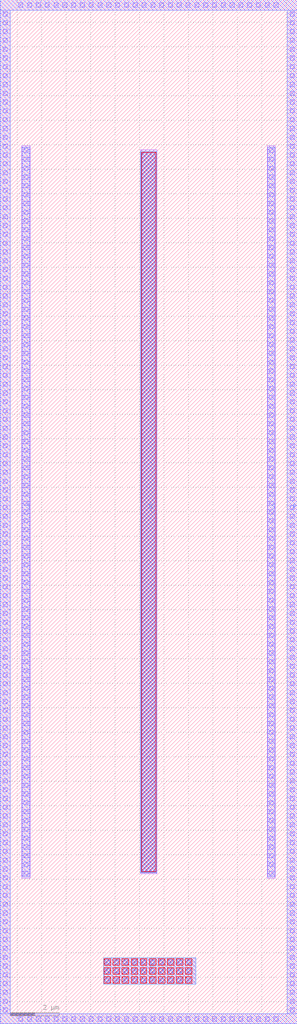
<source format=lef>
# Copyright 2020 The SkyWater PDK Authors
#
# Licensed under the Apache License, Version 2.0 (the "License");
# you may not use this file except in compliance with the License.
# You may obtain a copy of the License at
#
#     https://www.apache.org/licenses/LICENSE-2.0
#
# Unless required by applicable law or agreed to in writing, software
# distributed under the License is distributed on an "AS IS" BASIS,
# WITHOUT WARRANTIES OR CONDITIONS OF ANY KIND, either express or implied.
# See the License for the specific language governing permissions and
# limitations under the License.
#
# SPDX-License-Identifier: Apache-2.0

VERSION 5.7 ;
  NOWIREEXTENSIONATPIN ON ;
  DIVIDERCHAR "/" ;
  BUSBITCHARS "[]" ;
MACRO sky130_fd_pr__rf_nfet_20v0_nvt_withptap
  CLASS BLOCK ;
  FOREIGN sky130_fd_pr__rf_nfet_20v0_nvt_withptap ;
  ORIGIN  5.700000  5.910000 ;
  SIZE  12.15000 BY  41.82000 ;
  PIN D
    ANTENNADIFFAREA  22.50000 ;
    PORT
      LAYER met2 ;
        RECT 0.055000 0.285000 0.695000 29.725000 ;
    END
  END D
  PIN G
    ANTENNAGATEAREA  90.00000 ;
    PORT
      LAYER met2 ;
        RECT -1.480000 -4.285000 2.300000 -3.215000 ;
    END
  END G
  PIN PSUB
    ANTENNADIFFAREA  43.58300 ;
    PORT
      LAYER met1 ;
        RECT -5.700000 -5.910000  6.450000 -5.500000 ;
        RECT -5.700000 -5.500000 -5.290000 35.500000 ;
        RECT -5.700000 35.500000  6.450000 35.910000 ;
        RECT  6.040000 -5.500000  6.450000 35.500000 ;
    END
  END PSUB
  PIN S
    ANTENNADIFFAREA  8.700000 ;
    PORT
      LAYER met1 ;
        RECT -4.790000 0.095000 -4.500000 29.905000 ;
    END
    PORT
      LAYER met1 ;
        RECT 5.250000 0.095000 5.540000 29.905000 ;
    END
  END S
  OBS
    LAYER li1 ;
      RECT -5.700000 -5.910000  6.450000 -5.500000 ;
      RECT -5.700000 -5.500000 -5.290000 35.500000 ;
      RECT -5.700000 35.500000  6.450000 35.910000 ;
      RECT -4.810000  0.045000 -4.480000 29.955000 ;
      RECT -1.480000 -4.285000  2.300000 -3.215000 ;
      RECT  0.040000  0.215000  0.710000 29.785000 ;
      RECT  5.230000  0.045000  5.560000 29.955000 ;
      RECT  6.040000 -5.500000  6.450000 35.500000 ;
    LAYER mcon ;
      RECT -5.580000 -5.425000 -5.410000 -5.255000 ;
      RECT -5.580000 -5.065000 -5.410000 -4.895000 ;
      RECT -5.580000 -4.705000 -5.410000 -4.535000 ;
      RECT -5.580000 -4.345000 -5.410000 -4.175000 ;
      RECT -5.580000 -3.985000 -5.410000 -3.815000 ;
      RECT -5.580000 -3.625000 -5.410000 -3.455000 ;
      RECT -5.580000 -3.265000 -5.410000 -3.095000 ;
      RECT -5.580000 -2.905000 -5.410000 -2.735000 ;
      RECT -5.580000 -2.545000 -5.410000 -2.375000 ;
      RECT -5.580000 -2.185000 -5.410000 -2.015000 ;
      RECT -5.580000 -1.825000 -5.410000 -1.655000 ;
      RECT -5.580000 -1.465000 -5.410000 -1.295000 ;
      RECT -5.580000 -1.105000 -5.410000 -0.935000 ;
      RECT -5.580000 -0.745000 -5.410000 -0.575000 ;
      RECT -5.580000 -0.385000 -5.410000 -0.215000 ;
      RECT -5.580000 -0.025000 -5.410000  0.145000 ;
      RECT -5.580000  0.335000 -5.410000  0.505000 ;
      RECT -5.580000  0.695000 -5.410000  0.865000 ;
      RECT -5.580000  1.055000 -5.410000  1.225000 ;
      RECT -5.580000  1.415000 -5.410000  1.585000 ;
      RECT -5.580000  1.775000 -5.410000  1.945000 ;
      RECT -5.580000  2.135000 -5.410000  2.305000 ;
      RECT -5.580000  2.495000 -5.410000  2.665000 ;
      RECT -5.580000  2.855000 -5.410000  3.025000 ;
      RECT -5.580000  3.215000 -5.410000  3.385000 ;
      RECT -5.580000  3.575000 -5.410000  3.745000 ;
      RECT -5.580000  3.935000 -5.410000  4.105000 ;
      RECT -5.580000  4.295000 -5.410000  4.465000 ;
      RECT -5.580000  4.655000 -5.410000  4.825000 ;
      RECT -5.580000  5.015000 -5.410000  5.185000 ;
      RECT -5.580000  5.375000 -5.410000  5.545000 ;
      RECT -5.580000  5.735000 -5.410000  5.905000 ;
      RECT -5.580000  6.095000 -5.410000  6.265000 ;
      RECT -5.580000  6.455000 -5.410000  6.625000 ;
      RECT -5.580000  6.815000 -5.410000  6.985000 ;
      RECT -5.580000  7.175000 -5.410000  7.345000 ;
      RECT -5.580000  7.535000 -5.410000  7.705000 ;
      RECT -5.580000  7.895000 -5.410000  8.065000 ;
      RECT -5.580000  8.255000 -5.410000  8.425000 ;
      RECT -5.580000  8.615000 -5.410000  8.785000 ;
      RECT -5.580000  8.975000 -5.410000  9.145000 ;
      RECT -5.580000  9.335000 -5.410000  9.505000 ;
      RECT -5.580000  9.695000 -5.410000  9.865000 ;
      RECT -5.580000 10.055000 -5.410000 10.225000 ;
      RECT -5.580000 10.415000 -5.410000 10.585000 ;
      RECT -5.580000 10.775000 -5.410000 10.945000 ;
      RECT -5.580000 11.135000 -5.410000 11.305000 ;
      RECT -5.580000 11.495000 -5.410000 11.665000 ;
      RECT -5.580000 11.855000 -5.410000 12.025000 ;
      RECT -5.580000 12.215000 -5.410000 12.385000 ;
      RECT -5.580000 12.575000 -5.410000 12.745000 ;
      RECT -5.580000 12.935000 -5.410000 13.105000 ;
      RECT -5.580000 13.295000 -5.410000 13.465000 ;
      RECT -5.580000 13.655000 -5.410000 13.825000 ;
      RECT -5.580000 14.015000 -5.410000 14.185000 ;
      RECT -5.580000 14.375000 -5.410000 14.545000 ;
      RECT -5.580000 14.735000 -5.410000 14.905000 ;
      RECT -5.580000 15.095000 -5.410000 15.265000 ;
      RECT -5.580000 15.455000 -5.410000 15.625000 ;
      RECT -5.580000 15.815000 -5.410000 15.985000 ;
      RECT -5.580000 16.175000 -5.410000 16.345000 ;
      RECT -5.580000 16.535000 -5.410000 16.705000 ;
      RECT -5.580000 16.895000 -5.410000 17.065000 ;
      RECT -5.580000 17.255000 -5.410000 17.425000 ;
      RECT -5.580000 17.615000 -5.410000 17.785000 ;
      RECT -5.580000 17.975000 -5.410000 18.145000 ;
      RECT -5.580000 18.335000 -5.410000 18.505000 ;
      RECT -5.580000 18.695000 -5.410000 18.865000 ;
      RECT -5.580000 19.055000 -5.410000 19.225000 ;
      RECT -5.580000 19.415000 -5.410000 19.585000 ;
      RECT -5.580000 19.775000 -5.410000 19.945000 ;
      RECT -5.580000 20.135000 -5.410000 20.305000 ;
      RECT -5.580000 20.495000 -5.410000 20.665000 ;
      RECT -5.580000 20.855000 -5.410000 21.025000 ;
      RECT -5.580000 21.215000 -5.410000 21.385000 ;
      RECT -5.580000 21.575000 -5.410000 21.745000 ;
      RECT -5.580000 21.935000 -5.410000 22.105000 ;
      RECT -5.580000 22.295000 -5.410000 22.465000 ;
      RECT -5.580000 22.655000 -5.410000 22.825000 ;
      RECT -5.580000 23.015000 -5.410000 23.185000 ;
      RECT -5.580000 23.375000 -5.410000 23.545000 ;
      RECT -5.580000 23.735000 -5.410000 23.905000 ;
      RECT -5.580000 24.095000 -5.410000 24.265000 ;
      RECT -5.580000 24.455000 -5.410000 24.625000 ;
      RECT -5.580000 24.815000 -5.410000 24.985000 ;
      RECT -5.580000 25.175000 -5.410000 25.345000 ;
      RECT -5.580000 25.535000 -5.410000 25.705000 ;
      RECT -5.580000 25.895000 -5.410000 26.065000 ;
      RECT -5.580000 26.255000 -5.410000 26.425000 ;
      RECT -5.580000 26.615000 -5.410000 26.785000 ;
      RECT -5.580000 26.975000 -5.410000 27.145000 ;
      RECT -5.580000 27.335000 -5.410000 27.505000 ;
      RECT -5.580000 27.695000 -5.410000 27.865000 ;
      RECT -5.580000 28.055000 -5.410000 28.225000 ;
      RECT -5.580000 28.415000 -5.410000 28.585000 ;
      RECT -5.580000 28.775000 -5.410000 28.945000 ;
      RECT -5.580000 29.135000 -5.410000 29.305000 ;
      RECT -5.580000 29.495000 -5.410000 29.665000 ;
      RECT -5.580000 29.855000 -5.410000 30.025000 ;
      RECT -5.580000 30.215000 -5.410000 30.385000 ;
      RECT -5.580000 30.575000 -5.410000 30.745000 ;
      RECT -5.580000 30.935000 -5.410000 31.105000 ;
      RECT -5.580000 31.295000 -5.410000 31.465000 ;
      RECT -5.580000 31.655000 -5.410000 31.825000 ;
      RECT -5.580000 32.015000 -5.410000 32.185000 ;
      RECT -5.580000 32.375000 -5.410000 32.545000 ;
      RECT -5.580000 32.735000 -5.410000 32.905000 ;
      RECT -5.580000 33.095000 -5.410000 33.265000 ;
      RECT -5.580000 33.455000 -5.410000 33.625000 ;
      RECT -5.580000 33.815000 -5.410000 33.985000 ;
      RECT -5.580000 34.175000 -5.410000 34.345000 ;
      RECT -5.580000 34.535000 -5.410000 34.705000 ;
      RECT -5.580000 34.895000 -5.410000 35.065000 ;
      RECT -5.580000 35.255000 -5.410000 35.425000 ;
      RECT -4.940000 -5.790000 -4.770000 -5.620000 ;
      RECT -4.940000 35.620000 -4.770000 35.790000 ;
      RECT -4.730000  0.155000 -4.560000  0.325000 ;
      RECT -4.730000  0.515000 -4.560000  0.685000 ;
      RECT -4.730000  0.875000 -4.560000  1.045000 ;
      RECT -4.730000  1.235000 -4.560000  1.405000 ;
      RECT -4.730000  1.595000 -4.560000  1.765000 ;
      RECT -4.730000  1.955000 -4.560000  2.125000 ;
      RECT -4.730000  2.315000 -4.560000  2.485000 ;
      RECT -4.730000  2.675000 -4.560000  2.845000 ;
      RECT -4.730000  3.035000 -4.560000  3.205000 ;
      RECT -4.730000  3.395000 -4.560000  3.565000 ;
      RECT -4.730000  3.755000 -4.560000  3.925000 ;
      RECT -4.730000  4.115000 -4.560000  4.285000 ;
      RECT -4.730000  4.475000 -4.560000  4.645000 ;
      RECT -4.730000  4.835000 -4.560000  5.005000 ;
      RECT -4.730000  5.195000 -4.560000  5.365000 ;
      RECT -4.730000  5.555000 -4.560000  5.725000 ;
      RECT -4.730000  5.915000 -4.560000  6.085000 ;
      RECT -4.730000  6.275000 -4.560000  6.445000 ;
      RECT -4.730000  6.635000 -4.560000  6.805000 ;
      RECT -4.730000  6.995000 -4.560000  7.165000 ;
      RECT -4.730000  7.355000 -4.560000  7.525000 ;
      RECT -4.730000  7.715000 -4.560000  7.885000 ;
      RECT -4.730000  8.075000 -4.560000  8.245000 ;
      RECT -4.730000  8.435000 -4.560000  8.605000 ;
      RECT -4.730000  8.795000 -4.560000  8.965000 ;
      RECT -4.730000  9.155000 -4.560000  9.325000 ;
      RECT -4.730000  9.515000 -4.560000  9.685000 ;
      RECT -4.730000  9.875000 -4.560000 10.045000 ;
      RECT -4.730000 10.235000 -4.560000 10.405000 ;
      RECT -4.730000 10.595000 -4.560000 10.765000 ;
      RECT -4.730000 10.955000 -4.560000 11.125000 ;
      RECT -4.730000 11.315000 -4.560000 11.485000 ;
      RECT -4.730000 11.675000 -4.560000 11.845000 ;
      RECT -4.730000 12.035000 -4.560000 12.205000 ;
      RECT -4.730000 12.395000 -4.560000 12.565000 ;
      RECT -4.730000 12.755000 -4.560000 12.925000 ;
      RECT -4.730000 13.115000 -4.560000 13.285000 ;
      RECT -4.730000 13.475000 -4.560000 13.645000 ;
      RECT -4.730000 13.835000 -4.560000 14.005000 ;
      RECT -4.730000 14.195000 -4.560000 14.365000 ;
      RECT -4.730000 14.555000 -4.560000 14.725000 ;
      RECT -4.730000 14.915000 -4.560000 15.085000 ;
      RECT -4.730000 15.275000 -4.560000 15.445000 ;
      RECT -4.730000 15.635000 -4.560000 15.805000 ;
      RECT -4.730000 15.995000 -4.560000 16.165000 ;
      RECT -4.730000 16.355000 -4.560000 16.525000 ;
      RECT -4.730000 16.715000 -4.560000 16.885000 ;
      RECT -4.730000 17.075000 -4.560000 17.245000 ;
      RECT -4.730000 17.435000 -4.560000 17.605000 ;
      RECT -4.730000 17.795000 -4.560000 17.965000 ;
      RECT -4.730000 18.155000 -4.560000 18.325000 ;
      RECT -4.730000 18.515000 -4.560000 18.685000 ;
      RECT -4.730000 18.875000 -4.560000 19.045000 ;
      RECT -4.730000 19.235000 -4.560000 19.405000 ;
      RECT -4.730000 19.595000 -4.560000 19.765000 ;
      RECT -4.730000 19.955000 -4.560000 20.125000 ;
      RECT -4.730000 20.315000 -4.560000 20.485000 ;
      RECT -4.730000 20.675000 -4.560000 20.845000 ;
      RECT -4.730000 21.035000 -4.560000 21.205000 ;
      RECT -4.730000 21.395000 -4.560000 21.565000 ;
      RECT -4.730000 21.755000 -4.560000 21.925000 ;
      RECT -4.730000 22.115000 -4.560000 22.285000 ;
      RECT -4.730000 22.475000 -4.560000 22.645000 ;
      RECT -4.730000 22.835000 -4.560000 23.005000 ;
      RECT -4.730000 23.195000 -4.560000 23.365000 ;
      RECT -4.730000 23.555000 -4.560000 23.725000 ;
      RECT -4.730000 23.915000 -4.560000 24.085000 ;
      RECT -4.730000 24.275000 -4.560000 24.445000 ;
      RECT -4.730000 24.635000 -4.560000 24.805000 ;
      RECT -4.730000 24.995000 -4.560000 25.165000 ;
      RECT -4.730000 25.355000 -4.560000 25.525000 ;
      RECT -4.730000 25.715000 -4.560000 25.885000 ;
      RECT -4.730000 26.075000 -4.560000 26.245000 ;
      RECT -4.730000 26.435000 -4.560000 26.605000 ;
      RECT -4.730000 26.795000 -4.560000 26.965000 ;
      RECT -4.730000 27.155000 -4.560000 27.325000 ;
      RECT -4.730000 27.515000 -4.560000 27.685000 ;
      RECT -4.730000 27.875000 -4.560000 28.045000 ;
      RECT -4.730000 28.235000 -4.560000 28.405000 ;
      RECT -4.730000 28.595000 -4.560000 28.765000 ;
      RECT -4.730000 28.955000 -4.560000 29.125000 ;
      RECT -4.730000 29.315000 -4.560000 29.485000 ;
      RECT -4.730000 29.675000 -4.560000 29.845000 ;
      RECT -4.580000 -5.790000 -4.410000 -5.620000 ;
      RECT -4.580000 35.620000 -4.410000 35.790000 ;
      RECT -4.220000 -5.790000 -4.050000 -5.620000 ;
      RECT -4.220000 35.620000 -4.050000 35.790000 ;
      RECT -3.860000 -5.790000 -3.690000 -5.620000 ;
      RECT -3.860000 35.620000 -3.690000 35.790000 ;
      RECT -3.500000 -5.790000 -3.330000 -5.620000 ;
      RECT -3.500000 35.620000 -3.330000 35.790000 ;
      RECT -3.140000 -5.790000 -2.970000 -5.620000 ;
      RECT -3.140000 35.620000 -2.970000 35.790000 ;
      RECT -2.780000 -5.790000 -2.610000 -5.620000 ;
      RECT -2.780000 35.620000 -2.610000 35.790000 ;
      RECT -2.420000 -5.790000 -2.250000 -5.620000 ;
      RECT -2.420000 35.620000 -2.250000 35.790000 ;
      RECT -2.060000 -5.790000 -1.890000 -5.620000 ;
      RECT -2.060000 35.620000 -1.890000 35.790000 ;
      RECT -1.700000 -5.790000 -1.530000 -5.620000 ;
      RECT -1.700000 35.620000 -1.530000 35.790000 ;
      RECT -1.400000 -4.205000 -1.230000 -4.035000 ;
      RECT -1.400000 -3.835000 -1.230000 -3.665000 ;
      RECT -1.400000 -3.465000 -1.230000 -3.295000 ;
      RECT -1.340000 -5.790000 -1.170000 -5.620000 ;
      RECT -1.340000 35.620000 -1.170000 35.790000 ;
      RECT -1.030000 -4.205000 -0.860000 -4.035000 ;
      RECT -1.030000 -3.835000 -0.860000 -3.665000 ;
      RECT -1.030000 -3.465000 -0.860000 -3.295000 ;
      RECT -0.980000 -5.790000 -0.810000 -5.620000 ;
      RECT -0.980000 35.620000 -0.810000 35.790000 ;
      RECT -0.660000 -4.205000 -0.490000 -4.035000 ;
      RECT -0.660000 -3.835000 -0.490000 -3.665000 ;
      RECT -0.660000 -3.465000 -0.490000 -3.295000 ;
      RECT -0.620000 -5.790000 -0.450000 -5.620000 ;
      RECT -0.620000 35.620000 -0.450000 35.790000 ;
      RECT -0.290000 -4.205000 -0.120000 -4.035000 ;
      RECT -0.290000 -3.835000 -0.120000 -3.665000 ;
      RECT -0.290000 -3.465000 -0.120000 -3.295000 ;
      RECT -0.260000 -5.790000 -0.090000 -5.620000 ;
      RECT -0.260000 35.620000 -0.090000 35.790000 ;
      RECT  0.080000 -4.205000  0.250000 -4.035000 ;
      RECT  0.080000 -3.835000  0.250000 -3.665000 ;
      RECT  0.080000 -3.465000  0.250000 -3.295000 ;
      RECT  0.100000 -5.790000  0.270000 -5.620000 ;
      RECT  0.100000 35.620000  0.270000 35.790000 ;
      RECT  0.110000  0.335000  0.640000 29.665000 ;
      RECT  0.450000 -4.205000  0.620000 -4.035000 ;
      RECT  0.450000 -3.835000  0.620000 -3.665000 ;
      RECT  0.450000 -3.465000  0.620000 -3.295000 ;
      RECT  0.460000 -5.790000  0.630000 -5.620000 ;
      RECT  0.460000 35.620000  0.630000 35.790000 ;
      RECT  0.820000 -5.790000  0.990000 -5.620000 ;
      RECT  0.820000 -4.205000  0.990000 -4.035000 ;
      RECT  0.820000 -3.835000  0.990000 -3.665000 ;
      RECT  0.820000 -3.465000  0.990000 -3.295000 ;
      RECT  0.820000 35.620000  0.990000 35.790000 ;
      RECT  1.180000 -5.790000  1.350000 -5.620000 ;
      RECT  1.180000 35.620000  1.350000 35.790000 ;
      RECT  1.190000 -4.205000  1.360000 -4.035000 ;
      RECT  1.190000 -3.835000  1.360000 -3.665000 ;
      RECT  1.190000 -3.465000  1.360000 -3.295000 ;
      RECT  1.540000 -5.790000  1.710000 -5.620000 ;
      RECT  1.540000 35.620000  1.710000 35.790000 ;
      RECT  1.560000 -4.205000  1.730000 -4.035000 ;
      RECT  1.560000 -3.835000  1.730000 -3.665000 ;
      RECT  1.560000 -3.465000  1.730000 -3.295000 ;
      RECT  1.900000 -5.790000  2.070000 -5.620000 ;
      RECT  1.900000 35.620000  2.070000 35.790000 ;
      RECT  1.930000 -4.205000  2.100000 -4.035000 ;
      RECT  1.930000 -3.835000  2.100000 -3.665000 ;
      RECT  1.930000 -3.465000  2.100000 -3.295000 ;
      RECT  2.260000 -5.790000  2.430000 -5.620000 ;
      RECT  2.260000 35.620000  2.430000 35.790000 ;
      RECT  2.620000 -5.790000  2.790000 -5.620000 ;
      RECT  2.620000 35.620000  2.790000 35.790000 ;
      RECT  2.980000 -5.790000  3.150000 -5.620000 ;
      RECT  2.980000 35.620000  3.150000 35.790000 ;
      RECT  3.340000 -5.790000  3.510000 -5.620000 ;
      RECT  3.340000 35.620000  3.510000 35.790000 ;
      RECT  3.700000 -5.790000  3.870000 -5.620000 ;
      RECT  3.700000 35.620000  3.870000 35.790000 ;
      RECT  4.060000 -5.790000  4.230000 -5.620000 ;
      RECT  4.060000 35.620000  4.230000 35.790000 ;
      RECT  4.420000 -5.790000  4.590000 -5.620000 ;
      RECT  4.420000 35.620000  4.590000 35.790000 ;
      RECT  4.780000 -5.790000  4.950000 -5.620000 ;
      RECT  4.780000 35.620000  4.950000 35.790000 ;
      RECT  5.140000 -5.790000  5.310000 -5.620000 ;
      RECT  5.140000 35.620000  5.310000 35.790000 ;
      RECT  5.310000  0.155000  5.480000  0.325000 ;
      RECT  5.310000  0.515000  5.480000  0.685000 ;
      RECT  5.310000  0.875000  5.480000  1.045000 ;
      RECT  5.310000  1.235000  5.480000  1.405000 ;
      RECT  5.310000  1.595000  5.480000  1.765000 ;
      RECT  5.310000  1.955000  5.480000  2.125000 ;
      RECT  5.310000  2.315000  5.480000  2.485000 ;
      RECT  5.310000  2.675000  5.480000  2.845000 ;
      RECT  5.310000  3.035000  5.480000  3.205000 ;
      RECT  5.310000  3.395000  5.480000  3.565000 ;
      RECT  5.310000  3.755000  5.480000  3.925000 ;
      RECT  5.310000  4.115000  5.480000  4.285000 ;
      RECT  5.310000  4.475000  5.480000  4.645000 ;
      RECT  5.310000  4.835000  5.480000  5.005000 ;
      RECT  5.310000  5.195000  5.480000  5.365000 ;
      RECT  5.310000  5.555000  5.480000  5.725000 ;
      RECT  5.310000  5.915000  5.480000  6.085000 ;
      RECT  5.310000  6.275000  5.480000  6.445000 ;
      RECT  5.310000  6.635000  5.480000  6.805000 ;
      RECT  5.310000  6.995000  5.480000  7.165000 ;
      RECT  5.310000  7.355000  5.480000  7.525000 ;
      RECT  5.310000  7.715000  5.480000  7.885000 ;
      RECT  5.310000  8.075000  5.480000  8.245000 ;
      RECT  5.310000  8.435000  5.480000  8.605000 ;
      RECT  5.310000  8.795000  5.480000  8.965000 ;
      RECT  5.310000  9.155000  5.480000  9.325000 ;
      RECT  5.310000  9.515000  5.480000  9.685000 ;
      RECT  5.310000  9.875000  5.480000 10.045000 ;
      RECT  5.310000 10.235000  5.480000 10.405000 ;
      RECT  5.310000 10.595000  5.480000 10.765000 ;
      RECT  5.310000 10.955000  5.480000 11.125000 ;
      RECT  5.310000 11.315000  5.480000 11.485000 ;
      RECT  5.310000 11.675000  5.480000 11.845000 ;
      RECT  5.310000 12.035000  5.480000 12.205000 ;
      RECT  5.310000 12.395000  5.480000 12.565000 ;
      RECT  5.310000 12.755000  5.480000 12.925000 ;
      RECT  5.310000 13.115000  5.480000 13.285000 ;
      RECT  5.310000 13.475000  5.480000 13.645000 ;
      RECT  5.310000 13.835000  5.480000 14.005000 ;
      RECT  5.310000 14.195000  5.480000 14.365000 ;
      RECT  5.310000 14.555000  5.480000 14.725000 ;
      RECT  5.310000 14.915000  5.480000 15.085000 ;
      RECT  5.310000 15.275000  5.480000 15.445000 ;
      RECT  5.310000 15.635000  5.480000 15.805000 ;
      RECT  5.310000 15.995000  5.480000 16.165000 ;
      RECT  5.310000 16.355000  5.480000 16.525000 ;
      RECT  5.310000 16.715000  5.480000 16.885000 ;
      RECT  5.310000 17.075000  5.480000 17.245000 ;
      RECT  5.310000 17.435000  5.480000 17.605000 ;
      RECT  5.310000 17.795000  5.480000 17.965000 ;
      RECT  5.310000 18.155000  5.480000 18.325000 ;
      RECT  5.310000 18.515000  5.480000 18.685000 ;
      RECT  5.310000 18.875000  5.480000 19.045000 ;
      RECT  5.310000 19.235000  5.480000 19.405000 ;
      RECT  5.310000 19.595000  5.480000 19.765000 ;
      RECT  5.310000 19.955000  5.480000 20.125000 ;
      RECT  5.310000 20.315000  5.480000 20.485000 ;
      RECT  5.310000 20.675000  5.480000 20.845000 ;
      RECT  5.310000 21.035000  5.480000 21.205000 ;
      RECT  5.310000 21.395000  5.480000 21.565000 ;
      RECT  5.310000 21.755000  5.480000 21.925000 ;
      RECT  5.310000 22.115000  5.480000 22.285000 ;
      RECT  5.310000 22.475000  5.480000 22.645000 ;
      RECT  5.310000 22.835000  5.480000 23.005000 ;
      RECT  5.310000 23.195000  5.480000 23.365000 ;
      RECT  5.310000 23.555000  5.480000 23.725000 ;
      RECT  5.310000 23.915000  5.480000 24.085000 ;
      RECT  5.310000 24.275000  5.480000 24.445000 ;
      RECT  5.310000 24.635000  5.480000 24.805000 ;
      RECT  5.310000 24.995000  5.480000 25.165000 ;
      RECT  5.310000 25.355000  5.480000 25.525000 ;
      RECT  5.310000 25.715000  5.480000 25.885000 ;
      RECT  5.310000 26.075000  5.480000 26.245000 ;
      RECT  5.310000 26.435000  5.480000 26.605000 ;
      RECT  5.310000 26.795000  5.480000 26.965000 ;
      RECT  5.310000 27.155000  5.480000 27.325000 ;
      RECT  5.310000 27.515000  5.480000 27.685000 ;
      RECT  5.310000 27.875000  5.480000 28.045000 ;
      RECT  5.310000 28.235000  5.480000 28.405000 ;
      RECT  5.310000 28.595000  5.480000 28.765000 ;
      RECT  5.310000 28.955000  5.480000 29.125000 ;
      RECT  5.310000 29.315000  5.480000 29.485000 ;
      RECT  5.310000 29.675000  5.480000 29.845000 ;
      RECT  5.500000 -5.790000  5.670000 -5.620000 ;
      RECT  5.500000 35.620000  5.670000 35.790000 ;
      RECT  6.160000 -5.425000  6.330000 -5.255000 ;
      RECT  6.160000 -5.065000  6.330000 -4.895000 ;
      RECT  6.160000 -4.705000  6.330000 -4.535000 ;
      RECT  6.160000 -4.345000  6.330000 -4.175000 ;
      RECT  6.160000 -3.985000  6.330000 -3.815000 ;
      RECT  6.160000 -3.625000  6.330000 -3.455000 ;
      RECT  6.160000 -3.265000  6.330000 -3.095000 ;
      RECT  6.160000 -2.905000  6.330000 -2.735000 ;
      RECT  6.160000 -2.545000  6.330000 -2.375000 ;
      RECT  6.160000 -2.185000  6.330000 -2.015000 ;
      RECT  6.160000 -1.825000  6.330000 -1.655000 ;
      RECT  6.160000 -1.465000  6.330000 -1.295000 ;
      RECT  6.160000 -1.105000  6.330000 -0.935000 ;
      RECT  6.160000 -0.745000  6.330000 -0.575000 ;
      RECT  6.160000 -0.385000  6.330000 -0.215000 ;
      RECT  6.160000 -0.025000  6.330000  0.145000 ;
      RECT  6.160000  0.335000  6.330000  0.505000 ;
      RECT  6.160000  0.695000  6.330000  0.865000 ;
      RECT  6.160000  1.055000  6.330000  1.225000 ;
      RECT  6.160000  1.415000  6.330000  1.585000 ;
      RECT  6.160000  1.775000  6.330000  1.945000 ;
      RECT  6.160000  2.135000  6.330000  2.305000 ;
      RECT  6.160000  2.495000  6.330000  2.665000 ;
      RECT  6.160000  2.855000  6.330000  3.025000 ;
      RECT  6.160000  3.215000  6.330000  3.385000 ;
      RECT  6.160000  3.575000  6.330000  3.745000 ;
      RECT  6.160000  3.935000  6.330000  4.105000 ;
      RECT  6.160000  4.295000  6.330000  4.465000 ;
      RECT  6.160000  4.655000  6.330000  4.825000 ;
      RECT  6.160000  5.015000  6.330000  5.185000 ;
      RECT  6.160000  5.375000  6.330000  5.545000 ;
      RECT  6.160000  5.735000  6.330000  5.905000 ;
      RECT  6.160000  6.095000  6.330000  6.265000 ;
      RECT  6.160000  6.455000  6.330000  6.625000 ;
      RECT  6.160000  6.815000  6.330000  6.985000 ;
      RECT  6.160000  7.175000  6.330000  7.345000 ;
      RECT  6.160000  7.535000  6.330000  7.705000 ;
      RECT  6.160000  7.895000  6.330000  8.065000 ;
      RECT  6.160000  8.255000  6.330000  8.425000 ;
      RECT  6.160000  8.615000  6.330000  8.785000 ;
      RECT  6.160000  8.975000  6.330000  9.145000 ;
      RECT  6.160000  9.335000  6.330000  9.505000 ;
      RECT  6.160000  9.695000  6.330000  9.865000 ;
      RECT  6.160000 10.055000  6.330000 10.225000 ;
      RECT  6.160000 10.415000  6.330000 10.585000 ;
      RECT  6.160000 10.775000  6.330000 10.945000 ;
      RECT  6.160000 11.135000  6.330000 11.305000 ;
      RECT  6.160000 11.495000  6.330000 11.665000 ;
      RECT  6.160000 11.855000  6.330000 12.025000 ;
      RECT  6.160000 12.215000  6.330000 12.385000 ;
      RECT  6.160000 12.575000  6.330000 12.745000 ;
      RECT  6.160000 12.935000  6.330000 13.105000 ;
      RECT  6.160000 13.295000  6.330000 13.465000 ;
      RECT  6.160000 13.655000  6.330000 13.825000 ;
      RECT  6.160000 14.015000  6.330000 14.185000 ;
      RECT  6.160000 14.375000  6.330000 14.545000 ;
      RECT  6.160000 14.735000  6.330000 14.905000 ;
      RECT  6.160000 15.095000  6.330000 15.265000 ;
      RECT  6.160000 15.455000  6.330000 15.625000 ;
      RECT  6.160000 15.815000  6.330000 15.985000 ;
      RECT  6.160000 16.175000  6.330000 16.345000 ;
      RECT  6.160000 16.535000  6.330000 16.705000 ;
      RECT  6.160000 16.895000  6.330000 17.065000 ;
      RECT  6.160000 17.255000  6.330000 17.425000 ;
      RECT  6.160000 17.615000  6.330000 17.785000 ;
      RECT  6.160000 17.975000  6.330000 18.145000 ;
      RECT  6.160000 18.335000  6.330000 18.505000 ;
      RECT  6.160000 18.695000  6.330000 18.865000 ;
      RECT  6.160000 19.055000  6.330000 19.225000 ;
      RECT  6.160000 19.415000  6.330000 19.585000 ;
      RECT  6.160000 19.775000  6.330000 19.945000 ;
      RECT  6.160000 20.135000  6.330000 20.305000 ;
      RECT  6.160000 20.495000  6.330000 20.665000 ;
      RECT  6.160000 20.855000  6.330000 21.025000 ;
      RECT  6.160000 21.215000  6.330000 21.385000 ;
      RECT  6.160000 21.575000  6.330000 21.745000 ;
      RECT  6.160000 21.935000  6.330000 22.105000 ;
      RECT  6.160000 22.295000  6.330000 22.465000 ;
      RECT  6.160000 22.655000  6.330000 22.825000 ;
      RECT  6.160000 23.015000  6.330000 23.185000 ;
      RECT  6.160000 23.375000  6.330000 23.545000 ;
      RECT  6.160000 23.735000  6.330000 23.905000 ;
      RECT  6.160000 24.095000  6.330000 24.265000 ;
      RECT  6.160000 24.455000  6.330000 24.625000 ;
      RECT  6.160000 24.815000  6.330000 24.985000 ;
      RECT  6.160000 25.175000  6.330000 25.345000 ;
      RECT  6.160000 25.535000  6.330000 25.705000 ;
      RECT  6.160000 25.895000  6.330000 26.065000 ;
      RECT  6.160000 26.255000  6.330000 26.425000 ;
      RECT  6.160000 26.615000  6.330000 26.785000 ;
      RECT  6.160000 26.975000  6.330000 27.145000 ;
      RECT  6.160000 27.335000  6.330000 27.505000 ;
      RECT  6.160000 27.695000  6.330000 27.865000 ;
      RECT  6.160000 28.055000  6.330000 28.225000 ;
      RECT  6.160000 28.415000  6.330000 28.585000 ;
      RECT  6.160000 28.775000  6.330000 28.945000 ;
      RECT  6.160000 29.135000  6.330000 29.305000 ;
      RECT  6.160000 29.495000  6.330000 29.665000 ;
      RECT  6.160000 29.855000  6.330000 30.025000 ;
      RECT  6.160000 30.215000  6.330000 30.385000 ;
      RECT  6.160000 30.575000  6.330000 30.745000 ;
      RECT  6.160000 30.935000  6.330000 31.105000 ;
      RECT  6.160000 31.295000  6.330000 31.465000 ;
      RECT  6.160000 31.655000  6.330000 31.825000 ;
      RECT  6.160000 32.015000  6.330000 32.185000 ;
      RECT  6.160000 32.375000  6.330000 32.545000 ;
      RECT  6.160000 32.735000  6.330000 32.905000 ;
      RECT  6.160000 33.095000  6.330000 33.265000 ;
      RECT  6.160000 33.455000  6.330000 33.625000 ;
      RECT  6.160000 33.815000  6.330000 33.985000 ;
      RECT  6.160000 34.175000  6.330000 34.345000 ;
      RECT  6.160000 34.535000  6.330000 34.705000 ;
      RECT  6.160000 34.895000  6.330000 35.065000 ;
      RECT  6.160000 35.255000  6.330000 35.425000 ;
    LAYER met1 ;
      RECT -1.480000 -4.285000 2.300000 -3.215000 ;
      RECT  0.050000  0.275000 0.700000 29.725000 ;
    LAYER via ;
      RECT -1.445000 -4.250000 -1.185000 -3.990000 ;
      RECT -1.445000 -3.880000 -1.185000 -3.620000 ;
      RECT -1.445000 -3.510000 -1.185000 -3.250000 ;
      RECT -1.075000 -4.250000 -0.815000 -3.990000 ;
      RECT -1.075000 -3.880000 -0.815000 -3.620000 ;
      RECT -1.075000 -3.510000 -0.815000 -3.250000 ;
      RECT -0.705000 -4.250000 -0.445000 -3.990000 ;
      RECT -0.705000 -3.880000 -0.445000 -3.620000 ;
      RECT -0.705000 -3.510000 -0.445000 -3.250000 ;
      RECT -0.335000 -4.250000 -0.075000 -3.990000 ;
      RECT -0.335000 -3.880000 -0.075000 -3.620000 ;
      RECT -0.335000 -3.510000 -0.075000 -3.250000 ;
      RECT  0.035000 -4.250000  0.295000 -3.990000 ;
      RECT  0.035000 -3.880000  0.295000 -3.620000 ;
      RECT  0.035000 -3.510000  0.295000 -3.250000 ;
      RECT  0.085000  0.315000  0.665000 29.695000 ;
      RECT  0.405000 -4.250000  0.665000 -3.990000 ;
      RECT  0.405000 -3.880000  0.665000 -3.620000 ;
      RECT  0.405000 -3.510000  0.665000 -3.250000 ;
      RECT  0.775000 -4.250000  1.035000 -3.990000 ;
      RECT  0.775000 -3.880000  1.035000 -3.620000 ;
      RECT  0.775000 -3.510000  1.035000 -3.250000 ;
      RECT  1.145000 -4.250000  1.405000 -3.990000 ;
      RECT  1.145000 -3.880000  1.405000 -3.620000 ;
      RECT  1.145000 -3.510000  1.405000 -3.250000 ;
      RECT  1.515000 -4.250000  1.775000 -3.990000 ;
      RECT  1.515000 -3.880000  1.775000 -3.620000 ;
      RECT  1.515000 -3.510000  1.775000 -3.250000 ;
      RECT  1.885000 -4.250000  2.145000 -3.990000 ;
      RECT  1.885000 -3.880000  2.145000 -3.620000 ;
      RECT  1.885000 -3.510000  2.145000 -3.250000 ;
  END
END sky130_fd_pr__rf_nfet_20v0_nvt_withptap
END LIBRARY

</source>
